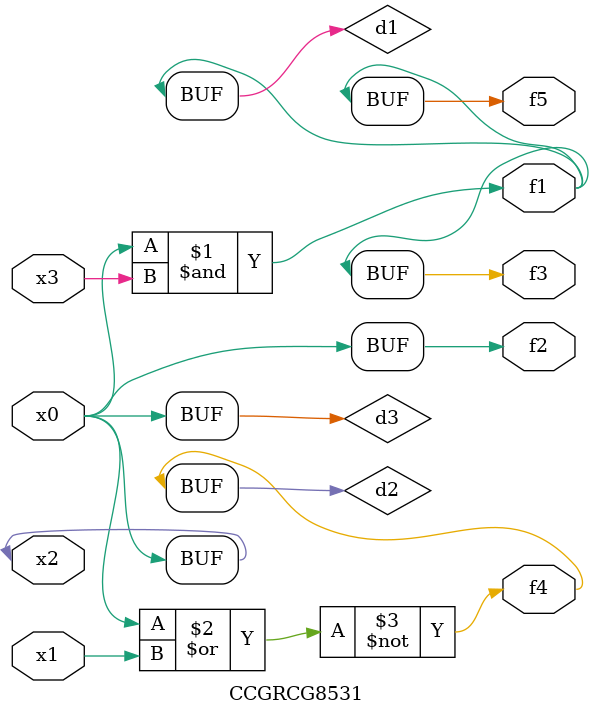
<source format=v>
module CCGRCG8531(
	input x0, x1, x2, x3,
	output f1, f2, f3, f4, f5
);

	wire d1, d2, d3;

	and (d1, x2, x3);
	nor (d2, x0, x1);
	buf (d3, x0, x2);
	assign f1 = d1;
	assign f2 = d3;
	assign f3 = d1;
	assign f4 = d2;
	assign f5 = d1;
endmodule

</source>
